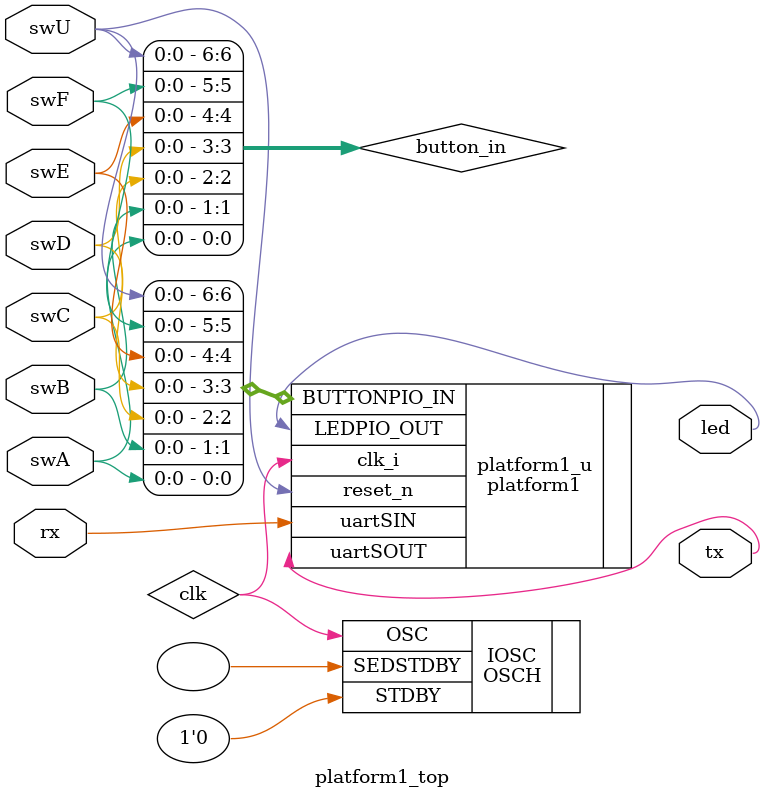
<source format=v>
/********************************Copyright Statement**************************************
**
** TomatoCube & Minoyo
**
**----------------------------------File Information--------------------------------------
** File Name: Tutorial01-02-mico8_led_switch.v
** Creation Date: 28th August 2024
** Function Description: mico8 SoC Top-Level File
** Operation Process:
** Hardware Platform: TomatoCube 6-Key Macro-KeyPad with MachXO2 FPGA
** Copyright Statement: This code is an IP of TomatoCube and can only for non-profit or
**                      educational exchange.
**---------------------------Related Information of Modified Files------------------------
** Modifier: Percy Chen
** Modification Date: 31st August 2024       
** Modification Content:
******************************************************************************************/

`timescale 1ns / 1ps
`include "../soc/platform1.v"
 
module platform1_top
(
    input swA,
    input swB,
    input swC,
    input swD,
    input swE,
    input swF,
    input swU,
    input rx,
    output tx,
    output led
);
 
    wire [6:0] button_in = {swU,swF,swE,swD,swC,swB,swA};
 
    // MachX02 internal oscillator generates platform clock
    wire clk;
    // Internal OSC setting (12.09 MHz)
    OSCH #( .NOM_FREQ("12.09")) IOSC
    (
        .STDBY		(1'b0),
        .OSC		(clk),
        .SEDSTDBY	(		)
    );
    
 
    platform1 platform1_u
    (
        .clk_i 		    (clk),
        .reset_n 		(swU	),
        .LEDPIO_OUT 	(led	),
        .BUTTONPIO_IN   (button_in),
        .uartSIN 		(rx		),
        .uartSOUT 		(tx		)
    );
 
endmodule
</source>
